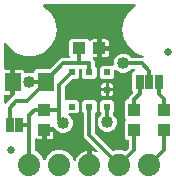
<source format=gbr>
G04 EAGLE Gerber RS-274X export*
G75*
%MOMM*%
%FSLAX34Y34*%
%LPD*%
%INTop Copper*%
%IPPOS*%
%AMOC8*
5,1,8,0,0,1.08239X$1,22.5*%
G01*
%ADD10R,0.600000X0.500000*%
%ADD11R,0.500000X0.600000*%
%ADD12R,0.635000X1.270000*%
%ADD13R,1.000000X1.100000*%
%ADD14R,1.100000X1.000000*%
%ADD15R,1.400000X1.600000*%
%ADD16C,1.879600*%
%ADD17C,0.635000*%
%ADD18C,0.304800*%
%ADD19C,1.016000*%

G36*
X77274Y12709D02*
X77274Y12709D01*
X77332Y12708D01*
X77414Y12729D01*
X77497Y12741D01*
X77551Y12765D01*
X77607Y12779D01*
X77680Y12822D01*
X77757Y12857D01*
X77802Y12895D01*
X77852Y12925D01*
X77910Y12986D01*
X77974Y13041D01*
X78006Y13089D01*
X78046Y13132D01*
X78085Y13207D01*
X78131Y13277D01*
X78149Y13333D01*
X78176Y13385D01*
X78187Y13453D01*
X78217Y13548D01*
X78220Y13648D01*
X78231Y13716D01*
X78231Y24466D01*
X78996Y24345D01*
X80783Y23764D01*
X81772Y23260D01*
X81890Y23219D01*
X82008Y23175D01*
X82025Y23173D01*
X82041Y23168D01*
X82166Y23162D01*
X82291Y23151D01*
X82307Y23155D01*
X82324Y23154D01*
X82447Y23183D01*
X82570Y23207D01*
X82585Y23215D01*
X82601Y23219D01*
X82711Y23281D01*
X82822Y23338D01*
X82834Y23350D01*
X82849Y23358D01*
X82937Y23448D01*
X83028Y23534D01*
X83037Y23549D01*
X83049Y23561D01*
X83108Y23671D01*
X83172Y23779D01*
X83176Y23796D01*
X83184Y23811D01*
X83211Y23933D01*
X83242Y24055D01*
X83241Y24072D01*
X83245Y24088D01*
X83237Y24214D01*
X83233Y24339D01*
X83228Y24355D01*
X83226Y24372D01*
X83184Y24490D01*
X83145Y24609D01*
X83136Y24622D01*
X83130Y24639D01*
X82963Y24870D01*
X82956Y24875D01*
X82950Y24883D01*
X71627Y36206D01*
X71627Y56041D01*
X71615Y56127D01*
X71612Y56215D01*
X71595Y56267D01*
X71587Y56322D01*
X71552Y56402D01*
X71525Y56485D01*
X71497Y56524D01*
X71471Y56582D01*
X71375Y56695D01*
X71330Y56759D01*
X70151Y57937D01*
X70151Y65463D01*
X71937Y67249D01*
X80463Y67249D01*
X82249Y65463D01*
X82249Y57937D01*
X81070Y56759D01*
X81018Y56689D01*
X80958Y56625D01*
X80932Y56575D01*
X80899Y56531D01*
X80868Y56450D01*
X80828Y56372D01*
X80820Y56324D01*
X80798Y56266D01*
X80786Y56118D01*
X80773Y56041D01*
X80773Y40415D01*
X80785Y40328D01*
X80788Y40241D01*
X80805Y40188D01*
X80813Y40133D01*
X80848Y40053D01*
X80875Y39970D01*
X80903Y39931D01*
X80929Y39874D01*
X81025Y39761D01*
X81070Y39697D01*
X96167Y24600D01*
X96168Y24599D01*
X96169Y24598D01*
X96282Y24513D01*
X96394Y24429D01*
X96395Y24429D01*
X96397Y24428D01*
X96529Y24378D01*
X96660Y24328D01*
X96661Y24328D01*
X96663Y24327D01*
X96802Y24316D01*
X96943Y24304D01*
X96944Y24305D01*
X96946Y24305D01*
X96961Y24308D01*
X97222Y24360D01*
X97249Y24374D01*
X97273Y24380D01*
X99124Y25147D01*
X104076Y25147D01*
X105927Y24380D01*
X105928Y24380D01*
X105930Y24379D01*
X106063Y24345D01*
X106202Y24309D01*
X106204Y24309D01*
X106205Y24309D01*
X106346Y24313D01*
X106486Y24317D01*
X106488Y24318D01*
X106489Y24318D01*
X106625Y24362D01*
X106757Y24404D01*
X106758Y24405D01*
X106760Y24405D01*
X106772Y24414D01*
X106993Y24562D01*
X107013Y24586D01*
X107033Y24600D01*
X109430Y26997D01*
X109482Y27067D01*
X109542Y27130D01*
X109568Y27180D01*
X109601Y27224D01*
X109632Y27306D01*
X109672Y27384D01*
X109680Y27431D01*
X109702Y27490D01*
X109714Y27637D01*
X109727Y27715D01*
X109727Y32736D01*
X109719Y32794D01*
X109721Y32852D01*
X109699Y32934D01*
X109687Y33018D01*
X109664Y33071D01*
X109649Y33127D01*
X109606Y33200D01*
X109571Y33277D01*
X109533Y33322D01*
X109504Y33372D01*
X109442Y33430D01*
X109388Y33494D01*
X109339Y33526D01*
X109296Y33566D01*
X109221Y33605D01*
X109151Y33652D01*
X109095Y33669D01*
X109043Y33696D01*
X108975Y33707D01*
X108880Y33737D01*
X108780Y33740D01*
X108712Y33751D01*
X108037Y33751D01*
X106251Y35537D01*
X106251Y49063D01*
X107271Y50082D01*
X107306Y50129D01*
X107348Y50169D01*
X107391Y50242D01*
X107441Y50309D01*
X107462Y50364D01*
X107492Y50414D01*
X107513Y50496D01*
X107543Y50575D01*
X107548Y50633D01*
X107562Y50690D01*
X107559Y50774D01*
X107566Y50858D01*
X107555Y50916D01*
X107553Y50974D01*
X107527Y51054D01*
X107510Y51137D01*
X107483Y51189D01*
X107465Y51245D01*
X107425Y51301D01*
X107379Y51389D01*
X107311Y51462D01*
X107271Y51518D01*
X106251Y52537D01*
X106251Y66063D01*
X108037Y67849D01*
X108712Y67849D01*
X108770Y67857D01*
X108828Y67855D01*
X108910Y67877D01*
X108994Y67889D01*
X109047Y67912D01*
X109103Y67927D01*
X109176Y67970D01*
X109253Y68005D01*
X109298Y68043D01*
X109348Y68072D01*
X109406Y68134D01*
X109470Y68188D01*
X109502Y68237D01*
X109542Y68280D01*
X109581Y68355D01*
X109628Y68425D01*
X109645Y68481D01*
X109672Y68533D01*
X109683Y68601D01*
X109713Y68696D01*
X109716Y68796D01*
X109727Y68864D01*
X109727Y70157D01*
X112860Y73289D01*
X112895Y73336D01*
X112938Y73377D01*
X112980Y73449D01*
X113031Y73517D01*
X113052Y73571D01*
X113081Y73622D01*
X113102Y73704D01*
X113132Y73782D01*
X113137Y73841D01*
X113152Y73897D01*
X113149Y73982D01*
X113156Y74066D01*
X113144Y74123D01*
X113143Y74181D01*
X113117Y74262D01*
X113100Y74344D01*
X113073Y74396D01*
X113055Y74452D01*
X113015Y74508D01*
X112969Y74597D01*
X112900Y74669D01*
X112860Y74725D01*
X112648Y74937D01*
X112648Y90163D01*
X114605Y92119D01*
X114622Y92143D01*
X114645Y92162D01*
X114707Y92256D01*
X114775Y92346D01*
X114786Y92374D01*
X114802Y92398D01*
X114836Y92506D01*
X114877Y92612D01*
X114879Y92641D01*
X114888Y92669D01*
X114891Y92783D01*
X114900Y92895D01*
X114895Y92924D01*
X114895Y92953D01*
X114867Y93063D01*
X114844Y93174D01*
X114831Y93200D01*
X114823Y93228D01*
X114766Y93326D01*
X114713Y93426D01*
X114693Y93448D01*
X114678Y93473D01*
X114596Y93550D01*
X114518Y93632D01*
X114492Y93647D01*
X114471Y93667D01*
X114370Y93719D01*
X114272Y93776D01*
X114244Y93783D01*
X114218Y93797D01*
X114140Y93810D01*
X113997Y93846D01*
X113934Y93844D01*
X113887Y93852D01*
X112119Y93852D01*
X112032Y93840D01*
X111945Y93837D01*
X111892Y93820D01*
X111837Y93812D01*
X111757Y93777D01*
X111674Y93750D01*
X111635Y93722D01*
X111578Y93696D01*
X111464Y93600D01*
X111401Y93555D01*
X109380Y91534D01*
X106392Y90296D01*
X103158Y90296D01*
X100170Y91534D01*
X98982Y92722D01*
X98958Y92740D01*
X98939Y92762D01*
X98845Y92825D01*
X98755Y92893D01*
X98727Y92904D01*
X98703Y92920D01*
X98595Y92954D01*
X98489Y92994D01*
X98460Y92997D01*
X98432Y93006D01*
X98318Y93009D01*
X98206Y93018D01*
X98177Y93012D01*
X98148Y93013D01*
X98038Y92984D01*
X97927Y92962D01*
X97901Y92949D01*
X97873Y92941D01*
X97775Y92884D01*
X97675Y92831D01*
X97653Y92811D01*
X97628Y92796D01*
X97551Y92714D01*
X97469Y92635D01*
X97454Y92610D01*
X97434Y92589D01*
X97382Y92488D01*
X97325Y92390D01*
X97318Y92362D01*
X97304Y92336D01*
X97291Y92258D01*
X97255Y92115D01*
X97257Y92052D01*
X97249Y92004D01*
X97249Y86937D01*
X95463Y85151D01*
X86937Y85151D01*
X85151Y86937D01*
X85151Y94463D01*
X86937Y96249D01*
X95631Y96249D01*
X95689Y96257D01*
X95747Y96255D01*
X95829Y96277D01*
X95913Y96289D01*
X95966Y96312D01*
X96022Y96327D01*
X96095Y96370D01*
X96172Y96405D01*
X96217Y96443D01*
X96267Y96472D01*
X96325Y96534D01*
X96389Y96588D01*
X96421Y96637D01*
X96461Y96680D01*
X96500Y96755D01*
X96547Y96825D01*
X96564Y96881D01*
X96591Y96933D01*
X96602Y97001D01*
X96632Y97096D01*
X96635Y97196D01*
X96646Y97264D01*
X96646Y100042D01*
X97884Y103030D01*
X100170Y105316D01*
X103158Y106554D01*
X106392Y106554D01*
X109380Y105316D01*
X111401Y103295D01*
X111470Y103243D01*
X111534Y103183D01*
X111584Y103157D01*
X111628Y103124D01*
X111710Y103093D01*
X111788Y103053D01*
X111835Y103045D01*
X111894Y103023D01*
X112041Y103011D01*
X112119Y102998D01*
X121090Y102998D01*
X121197Y103013D01*
X121305Y103021D01*
X121337Y103033D01*
X121372Y103038D01*
X121470Y103082D01*
X121571Y103119D01*
X121599Y103140D01*
X121631Y103154D01*
X121714Y103224D01*
X121800Y103287D01*
X121822Y103315D01*
X121848Y103337D01*
X121908Y103427D01*
X121974Y103513D01*
X121987Y103545D01*
X122006Y103574D01*
X122038Y103677D01*
X122078Y103777D01*
X122081Y103812D01*
X122092Y103845D01*
X122094Y103953D01*
X122104Y104060D01*
X122098Y104095D01*
X122099Y104129D01*
X122072Y104234D01*
X122051Y104340D01*
X122036Y104371D01*
X122027Y104404D01*
X121972Y104497D01*
X121923Y104593D01*
X121900Y104619D01*
X121882Y104649D01*
X121803Y104723D01*
X121730Y104802D01*
X121703Y104817D01*
X121674Y104843D01*
X121484Y104941D01*
X121438Y104967D01*
X115522Y107120D01*
X109415Y112244D01*
X105429Y119149D01*
X104045Y127000D01*
X105429Y134851D01*
X109415Y141755D01*
X115120Y146542D01*
X115169Y146597D01*
X115225Y146645D01*
X115264Y146702D01*
X115310Y146754D01*
X115342Y146820D01*
X115383Y146881D01*
X115404Y146947D01*
X115434Y147010D01*
X115446Y147082D01*
X115468Y147152D01*
X115470Y147221D01*
X115482Y147290D01*
X115474Y147363D01*
X115476Y147436D01*
X115458Y147503D01*
X115451Y147572D01*
X115423Y147640D01*
X115404Y147711D01*
X115369Y147771D01*
X115342Y147835D01*
X115296Y147893D01*
X115259Y147956D01*
X115208Y148003D01*
X115165Y148057D01*
X115105Y148100D01*
X115051Y148150D01*
X114990Y148182D01*
X114933Y148222D01*
X114864Y148246D01*
X114798Y148280D01*
X114740Y148290D01*
X114665Y148316D01*
X114543Y148323D01*
X114467Y148335D01*
X37933Y148335D01*
X37860Y148325D01*
X37786Y148325D01*
X37720Y148305D01*
X37651Y148295D01*
X37584Y148265D01*
X37514Y148245D01*
X37455Y148208D01*
X37392Y148179D01*
X37336Y148132D01*
X37274Y148092D01*
X37228Y148040D01*
X37175Y147996D01*
X37134Y147934D01*
X37085Y147879D01*
X37056Y147817D01*
X37017Y147759D01*
X36995Y147689D01*
X36964Y147622D01*
X36952Y147554D01*
X36932Y147488D01*
X36930Y147414D01*
X36918Y147342D01*
X36926Y147273D01*
X36924Y147204D01*
X36943Y147133D01*
X36952Y147059D01*
X36979Y146996D01*
X36996Y146929D01*
X37034Y146865D01*
X37062Y146798D01*
X37101Y146753D01*
X37141Y146684D01*
X37231Y146600D01*
X37280Y146542D01*
X42985Y141756D01*
X46971Y134851D01*
X48355Y127000D01*
X46971Y119149D01*
X42985Y112245D01*
X36878Y107120D01*
X29386Y104393D01*
X21414Y104393D01*
X13922Y107120D01*
X7815Y112244D01*
X5959Y115459D01*
X5947Y115474D01*
X5939Y115492D01*
X5860Y115586D01*
X5784Y115683D01*
X5768Y115694D01*
X5755Y115709D01*
X5653Y115778D01*
X5554Y115849D01*
X5535Y115856D01*
X5519Y115867D01*
X5401Y115904D01*
X5286Y115946D01*
X5266Y115947D01*
X5248Y115953D01*
X5125Y115956D01*
X5002Y115964D01*
X4983Y115959D01*
X4964Y115960D01*
X4845Y115929D01*
X4725Y115902D01*
X4707Y115893D01*
X4689Y115888D01*
X4583Y115826D01*
X4475Y115767D01*
X4461Y115753D01*
X4444Y115743D01*
X4360Y115653D01*
X4273Y115567D01*
X4263Y115550D01*
X4250Y115536D01*
X4194Y115426D01*
X4134Y115319D01*
X4129Y115300D01*
X4120Y115282D01*
X4108Y115210D01*
X4069Y115042D01*
X4071Y114991D01*
X4065Y114951D01*
X4065Y94106D01*
X4073Y94048D01*
X4071Y93990D01*
X4093Y93908D01*
X4105Y93824D01*
X4128Y93771D01*
X4143Y93715D01*
X4186Y93642D01*
X4221Y93565D01*
X4259Y93520D01*
X4288Y93470D01*
X4350Y93412D01*
X4404Y93348D01*
X4453Y93316D01*
X4496Y93276D01*
X4571Y93237D01*
X4641Y93190D01*
X4697Y93173D01*
X4749Y93146D01*
X4817Y93135D01*
X4912Y93105D01*
X5012Y93102D01*
X5080Y93091D01*
X9369Y93091D01*
X9369Y83566D01*
X9377Y83508D01*
X9375Y83450D01*
X9397Y83368D01*
X9409Y83285D01*
X9433Y83231D01*
X9447Y83175D01*
X9490Y83102D01*
X9525Y83025D01*
X9563Y82981D01*
X9593Y82930D01*
X9654Y82873D01*
X9709Y82808D01*
X9757Y82776D01*
X9800Y82736D01*
X9875Y82697D01*
X9945Y82651D01*
X10001Y82633D01*
X10053Y82606D01*
X10121Y82595D01*
X10216Y82565D01*
X10316Y82562D01*
X10384Y82551D01*
X12416Y82551D01*
X12474Y82559D01*
X12532Y82558D01*
X12614Y82579D01*
X12697Y82591D01*
X12751Y82615D01*
X12807Y82629D01*
X12880Y82672D01*
X12957Y82707D01*
X13001Y82745D01*
X13052Y82775D01*
X13109Y82836D01*
X13174Y82891D01*
X13206Y82939D01*
X13246Y82982D01*
X13285Y83057D01*
X13331Y83127D01*
X13349Y83183D01*
X13376Y83235D01*
X13387Y83303D01*
X13417Y83398D01*
X13420Y83498D01*
X13431Y83566D01*
X13431Y93091D01*
X18734Y93091D01*
X19381Y92918D01*
X19960Y92583D01*
X20433Y92110D01*
X20768Y91531D01*
X20975Y90758D01*
X21024Y90643D01*
X21068Y90527D01*
X21079Y90513D01*
X21086Y90496D01*
X21165Y90399D01*
X21240Y90300D01*
X21254Y90290D01*
X21265Y90276D01*
X21368Y90205D01*
X21467Y90130D01*
X21484Y90124D01*
X21499Y90114D01*
X21617Y90074D01*
X21733Y90030D01*
X21751Y90028D01*
X21768Y90023D01*
X21892Y90017D01*
X22017Y90007D01*
X22033Y90011D01*
X22052Y90010D01*
X22329Y90076D01*
X22337Y90081D01*
X22344Y90083D01*
X23783Y90679D01*
X27017Y90679D01*
X27947Y90293D01*
X28059Y90265D01*
X28168Y90230D01*
X28196Y90229D01*
X28223Y90222D01*
X28337Y90226D01*
X28452Y90223D01*
X28479Y90230D01*
X28507Y90230D01*
X28616Y90266D01*
X28727Y90294D01*
X28751Y90309D01*
X28778Y90317D01*
X28873Y90381D01*
X28972Y90440D01*
X28991Y90460D01*
X29014Y90475D01*
X29087Y90563D01*
X29166Y90647D01*
X29179Y90672D01*
X29197Y90693D01*
X29243Y90798D01*
X29296Y90900D01*
X29300Y90925D01*
X29312Y90953D01*
X29349Y91217D01*
X29351Y91231D01*
X29351Y91813D01*
X31137Y93599D01*
X42261Y93599D01*
X42348Y93611D01*
X42435Y93614D01*
X42488Y93631D01*
X42543Y93639D01*
X42623Y93674D01*
X42706Y93701D01*
X42745Y93729D01*
X42802Y93755D01*
X42916Y93851D01*
X42979Y93896D01*
X52081Y102998D01*
X58565Y102998D01*
X58594Y103002D01*
X58623Y102999D01*
X58734Y103022D01*
X58846Y103038D01*
X58873Y103050D01*
X58902Y103055D01*
X59002Y103107D01*
X59106Y103154D01*
X59128Y103173D01*
X59154Y103186D01*
X59236Y103264D01*
X59323Y103337D01*
X59339Y103362D01*
X59360Y103382D01*
X59418Y103480D01*
X59480Y103574D01*
X59489Y103602D01*
X59504Y103627D01*
X59532Y103737D01*
X59566Y103845D01*
X59567Y103874D01*
X59574Y103903D01*
X59570Y104016D01*
X59573Y104129D01*
X59566Y104158D01*
X59565Y104187D01*
X59530Y104295D01*
X59501Y104404D01*
X59487Y104430D01*
X59477Y104458D01*
X59432Y104522D01*
X59356Y104649D01*
X59311Y104692D01*
X59283Y104731D01*
X59151Y104862D01*
X59151Y117388D01*
X60937Y119174D01*
X74463Y119174D01*
X75841Y117795D01*
X75888Y117760D01*
X75928Y117718D01*
X76001Y117675D01*
X76068Y117624D01*
X76123Y117603D01*
X76174Y117574D01*
X76255Y117553D01*
X76334Y117523D01*
X76393Y117518D01*
X76449Y117504D01*
X76533Y117507D01*
X76617Y117500D01*
X76675Y117511D01*
X76733Y117513D01*
X76813Y117539D01*
X76896Y117555D01*
X76948Y117582D01*
X77004Y117600D01*
X77060Y117640D01*
X77149Y117686D01*
X77221Y117755D01*
X77277Y117795D01*
X77640Y118158D01*
X78219Y118493D01*
X78866Y118666D01*
X82669Y118666D01*
X82669Y112141D01*
X82676Y112092D01*
X82675Y112079D01*
X82677Y112074D01*
X82675Y112025D01*
X82697Y111943D01*
X82709Y111860D01*
X82733Y111806D01*
X82747Y111750D01*
X82790Y111677D01*
X82825Y111600D01*
X82863Y111556D01*
X82893Y111505D01*
X82954Y111448D01*
X83009Y111383D01*
X83057Y111351D01*
X83100Y111311D01*
X83175Y111272D01*
X83245Y111226D01*
X83301Y111208D01*
X83353Y111181D01*
X83421Y111170D01*
X83516Y111140D01*
X83616Y111137D01*
X83684Y111126D01*
X84701Y111126D01*
X84701Y111124D01*
X83684Y111124D01*
X83626Y111116D01*
X83568Y111117D01*
X83486Y111096D01*
X83403Y111084D01*
X83349Y111060D01*
X83293Y111046D01*
X83220Y111003D01*
X83143Y110968D01*
X83098Y110930D01*
X83048Y110900D01*
X82990Y110839D01*
X82926Y110784D01*
X82894Y110736D01*
X82854Y110693D01*
X82815Y110618D01*
X82769Y110548D01*
X82751Y110492D01*
X82724Y110440D01*
X82713Y110372D01*
X82683Y110277D01*
X82680Y110177D01*
X82669Y110109D01*
X82669Y103584D01*
X79959Y103584D01*
X79929Y103580D01*
X79900Y103583D01*
X79789Y103560D01*
X79677Y103544D01*
X79650Y103532D01*
X79622Y103527D01*
X79521Y103474D01*
X79418Y103428D01*
X79395Y103409D01*
X79369Y103396D01*
X79287Y103318D01*
X79201Y103245D01*
X79184Y103220D01*
X79163Y103200D01*
X79106Y103102D01*
X79043Y103008D01*
X79034Y102980D01*
X79019Y102955D01*
X78992Y102845D01*
X78957Y102737D01*
X78957Y102707D01*
X78949Y102679D01*
X78953Y102566D01*
X78950Y102453D01*
X78957Y102424D01*
X78958Y102395D01*
X78993Y102287D01*
X79022Y102178D01*
X79037Y102152D01*
X79046Y102124D01*
X79091Y102061D01*
X79167Y101933D01*
X79213Y101890D01*
X79241Y101851D01*
X80773Y100319D01*
X80773Y96359D01*
X80785Y96273D01*
X80788Y96185D01*
X80805Y96133D01*
X80813Y96078D01*
X80848Y95998D01*
X80875Y95915D01*
X80903Y95875D01*
X80929Y95818D01*
X81025Y95705D01*
X81070Y95641D01*
X82249Y94463D01*
X82249Y86937D01*
X80463Y85151D01*
X71937Y85151D01*
X70151Y86937D01*
X70151Y92837D01*
X70143Y92895D01*
X70145Y92953D01*
X70123Y93035D01*
X70111Y93119D01*
X70088Y93172D01*
X70073Y93228D01*
X70030Y93301D01*
X69995Y93378D01*
X69957Y93423D01*
X69928Y93473D01*
X69866Y93531D01*
X69812Y93595D01*
X69763Y93627D01*
X69720Y93667D01*
X69645Y93706D01*
X69575Y93753D01*
X69519Y93770D01*
X69467Y93797D01*
X69399Y93808D01*
X69304Y93838D01*
X69204Y93841D01*
X69136Y93852D01*
X68264Y93852D01*
X68206Y93844D01*
X68148Y93846D01*
X68066Y93824D01*
X67982Y93812D01*
X67929Y93789D01*
X67873Y93774D01*
X67800Y93731D01*
X67723Y93696D01*
X67678Y93658D01*
X67628Y93629D01*
X67570Y93567D01*
X67506Y93513D01*
X67474Y93464D01*
X67434Y93421D01*
X67395Y93346D01*
X67348Y93276D01*
X67331Y93220D01*
X67304Y93168D01*
X67293Y93100D01*
X67263Y93005D01*
X67260Y92905D01*
X67249Y92837D01*
X67249Y86937D01*
X65463Y85151D01*
X62539Y85151D01*
X62452Y85139D01*
X62365Y85136D01*
X62312Y85119D01*
X62257Y85111D01*
X62177Y85076D01*
X62094Y85049D01*
X62055Y85021D01*
X61998Y84995D01*
X61884Y84899D01*
X61821Y84854D01*
X55670Y78703D01*
X55618Y78633D01*
X55558Y78570D01*
X55532Y78520D01*
X55499Y78476D01*
X55468Y78394D01*
X55428Y78316D01*
X55420Y78269D01*
X55398Y78210D01*
X55386Y78063D01*
X55373Y77985D01*
X55373Y68135D01*
X55377Y68106D01*
X55374Y68077D01*
X55397Y67966D01*
X55413Y67854D01*
X55425Y67827D01*
X55430Y67798D01*
X55483Y67698D01*
X55529Y67594D01*
X55548Y67572D01*
X55561Y67546D01*
X55639Y67464D01*
X55712Y67377D01*
X55737Y67361D01*
X55757Y67340D01*
X55855Y67283D01*
X55949Y67220D01*
X55977Y67211D01*
X56002Y67196D01*
X56112Y67168D01*
X56220Y67134D01*
X56250Y67133D01*
X56278Y67126D01*
X56391Y67130D01*
X56504Y67127D01*
X56533Y67134D01*
X56562Y67135D01*
X56670Y67170D01*
X56779Y67199D01*
X56805Y67214D01*
X56833Y67223D01*
X56869Y67249D01*
X65463Y67249D01*
X67249Y65463D01*
X67249Y57937D01*
X65463Y56151D01*
X59396Y56151D01*
X59366Y56147D01*
X59337Y56150D01*
X59226Y56127D01*
X59114Y56111D01*
X59087Y56099D01*
X59058Y56094D01*
X58958Y56041D01*
X58855Y55995D01*
X58832Y55976D01*
X58806Y55963D01*
X58724Y55885D01*
X58638Y55812D01*
X58621Y55787D01*
X58600Y55767D01*
X58543Y55669D01*
X58480Y55575D01*
X58471Y55547D01*
X58456Y55522D01*
X58429Y55412D01*
X58394Y55304D01*
X58393Y55274D01*
X58386Y55246D01*
X58390Y55133D01*
X58387Y55020D01*
X58394Y54991D01*
X58395Y54962D01*
X58430Y54854D01*
X58459Y54745D01*
X58474Y54719D01*
X58483Y54691D01*
X58528Y54628D01*
X58604Y54500D01*
X58650Y54457D01*
X58678Y54418D01*
X60866Y52230D01*
X62104Y49242D01*
X62104Y46008D01*
X60866Y43020D01*
X58580Y40734D01*
X55592Y39496D01*
X52358Y39496D01*
X49370Y40734D01*
X47084Y43020D01*
X46800Y43704D01*
X46800Y43706D01*
X46799Y43707D01*
X46730Y43824D01*
X46656Y43949D01*
X46655Y43950D01*
X46654Y43952D01*
X46552Y44047D01*
X46449Y44144D01*
X46448Y44145D01*
X46447Y44146D01*
X46324Y44209D01*
X46197Y44275D01*
X46195Y44275D01*
X46194Y44276D01*
X46179Y44278D01*
X45918Y44330D01*
X45887Y44327D01*
X45863Y44331D01*
X39116Y44331D01*
X39058Y44323D01*
X39000Y44324D01*
X38918Y44303D01*
X38835Y44291D01*
X38781Y44267D01*
X38725Y44253D01*
X38652Y44210D01*
X38575Y44175D01*
X38531Y44137D01*
X38480Y44107D01*
X38423Y44046D01*
X38358Y43991D01*
X38326Y43943D01*
X38286Y43900D01*
X38247Y43825D01*
X38201Y43755D01*
X38183Y43699D01*
X38156Y43647D01*
X38145Y43579D01*
X38115Y43484D01*
X38112Y43384D01*
X38101Y43316D01*
X38101Y42299D01*
X37084Y42299D01*
X37026Y42291D01*
X36968Y42292D01*
X36886Y42271D01*
X36803Y42259D01*
X36749Y42235D01*
X36693Y42221D01*
X36620Y42178D01*
X36543Y42143D01*
X36498Y42105D01*
X36448Y42075D01*
X36390Y42014D01*
X36326Y41959D01*
X36294Y41911D01*
X36254Y41868D01*
X36215Y41793D01*
X36169Y41723D01*
X36151Y41667D01*
X36124Y41615D01*
X36113Y41547D01*
X36083Y41452D01*
X36080Y41352D01*
X36069Y41284D01*
X36069Y34259D01*
X32766Y34259D01*
X32119Y34432D01*
X31496Y34793D01*
X31459Y34807D01*
X31427Y34829D01*
X31328Y34860D01*
X31232Y34899D01*
X31193Y34903D01*
X31156Y34915D01*
X31052Y34917D01*
X30949Y34928D01*
X30911Y34921D01*
X30872Y34922D01*
X30771Y34896D01*
X30669Y34877D01*
X30634Y34860D01*
X30597Y34850D01*
X30508Y34797D01*
X30415Y34751D01*
X30386Y34725D01*
X30352Y34705D01*
X30281Y34629D01*
X30205Y34559D01*
X30184Y34526D01*
X30158Y34497D01*
X30110Y34405D01*
X30056Y34317D01*
X30046Y34279D01*
X30028Y34244D01*
X30015Y34168D01*
X29981Y34043D01*
X29982Y33968D01*
X29973Y33913D01*
X29973Y24957D01*
X29973Y24955D01*
X29973Y24953D01*
X29993Y24813D01*
X30013Y24675D01*
X30013Y24674D01*
X30013Y24672D01*
X30070Y24546D01*
X30129Y24416D01*
X30130Y24414D01*
X30131Y24413D01*
X30223Y24304D01*
X30312Y24199D01*
X30314Y24198D01*
X30315Y24197D01*
X30328Y24188D01*
X30549Y24041D01*
X30578Y24032D01*
X30599Y24019D01*
X32451Y23252D01*
X35952Y19751D01*
X37162Y16829D01*
X37177Y16804D01*
X37186Y16776D01*
X37249Y16681D01*
X37307Y16584D01*
X37328Y16564D01*
X37344Y16539D01*
X37431Y16466D01*
X37513Y16389D01*
X37539Y16375D01*
X37562Y16356D01*
X37665Y16310D01*
X37766Y16259D01*
X37795Y16253D01*
X37822Y16241D01*
X37934Y16225D01*
X38045Y16204D01*
X38074Y16206D01*
X38103Y16202D01*
X38215Y16218D01*
X38328Y16228D01*
X38355Y16239D01*
X38384Y16243D01*
X38488Y16289D01*
X38593Y16330D01*
X38617Y16348D01*
X38644Y16360D01*
X38730Y16433D01*
X38820Y16502D01*
X38838Y16525D01*
X38860Y16544D01*
X38902Y16611D01*
X38990Y16729D01*
X39012Y16788D01*
X39038Y16829D01*
X40248Y19751D01*
X43749Y23252D01*
X48324Y25147D01*
X53276Y25147D01*
X57851Y23252D01*
X61352Y19751D01*
X62869Y16089D01*
X62904Y16029D01*
X62930Y15965D01*
X62976Y15907D01*
X63013Y15844D01*
X63063Y15796D01*
X63106Y15742D01*
X63166Y15699D01*
X63220Y15649D01*
X63281Y15617D01*
X63338Y15577D01*
X63407Y15552D01*
X63473Y15518D01*
X63540Y15505D01*
X63606Y15482D01*
X63679Y15478D01*
X63752Y15463D01*
X63820Y15469D01*
X63889Y15465D01*
X63961Y15481D01*
X64035Y15488D01*
X64099Y15513D01*
X64167Y15528D01*
X64231Y15563D01*
X64300Y15590D01*
X64355Y15631D01*
X64416Y15665D01*
X64468Y15717D01*
X64527Y15761D01*
X64568Y15817D01*
X64617Y15866D01*
X64646Y15921D01*
X64697Y15989D01*
X64738Y16097D01*
X64772Y16163D01*
X65136Y17283D01*
X65989Y18957D01*
X67094Y20478D01*
X68422Y21806D01*
X69943Y22911D01*
X71617Y23764D01*
X73404Y24345D01*
X74169Y24466D01*
X74169Y13716D01*
X74177Y13658D01*
X74175Y13600D01*
X74197Y13518D01*
X74209Y13435D01*
X74233Y13381D01*
X74247Y13325D01*
X74290Y13252D01*
X74325Y13175D01*
X74363Y13131D01*
X74393Y13080D01*
X74454Y13023D01*
X74509Y12958D01*
X74557Y12926D01*
X74600Y12886D01*
X74675Y12847D01*
X74745Y12801D01*
X74801Y12783D01*
X74853Y12756D01*
X74921Y12745D01*
X75016Y12715D01*
X75116Y12712D01*
X75184Y12701D01*
X77216Y12701D01*
X77274Y12709D01*
G37*
%LPC*%
G36*
X89583Y40371D02*
X89583Y40371D01*
X86595Y41609D01*
X84309Y43895D01*
X83071Y46883D01*
X83071Y50117D01*
X84309Y53105D01*
X86330Y55126D01*
X86382Y55195D01*
X86442Y55259D01*
X86468Y55309D01*
X86501Y55353D01*
X86532Y55435D01*
X86572Y55513D01*
X86580Y55560D01*
X86602Y55619D01*
X86614Y55766D01*
X86627Y55844D01*
X86627Y56041D01*
X86615Y56127D01*
X86612Y56215D01*
X86595Y56267D01*
X86587Y56322D01*
X86552Y56402D01*
X86525Y56485D01*
X86497Y56524D01*
X86471Y56582D01*
X86375Y56695D01*
X86330Y56759D01*
X85151Y57937D01*
X85151Y65463D01*
X86937Y67249D01*
X95463Y67249D01*
X97249Y65463D01*
X97249Y57937D01*
X96070Y56759D01*
X96018Y56689D01*
X95958Y56625D01*
X95932Y56575D01*
X95899Y56531D01*
X95868Y56450D01*
X95828Y56372D01*
X95820Y56324D01*
X95798Y56266D01*
X95786Y56118D01*
X95773Y56041D01*
X95773Y55844D01*
X95785Y55757D01*
X95788Y55670D01*
X95805Y55617D01*
X95813Y55562D01*
X95848Y55482D01*
X95875Y55399D01*
X95903Y55360D01*
X95929Y55303D01*
X96025Y55189D01*
X96070Y55126D01*
X98091Y53105D01*
X99329Y50117D01*
X99329Y46883D01*
X98091Y43895D01*
X95805Y41609D01*
X92817Y40371D01*
X89583Y40371D01*
G37*
%LPD*%
G36*
X5083Y64364D02*
X5083Y64364D01*
X5196Y64362D01*
X5225Y64369D01*
X5254Y64370D01*
X5362Y64405D01*
X5471Y64433D01*
X5497Y64448D01*
X5525Y64457D01*
X5588Y64503D01*
X5716Y64579D01*
X5759Y64624D01*
X5798Y64652D01*
X9417Y68272D01*
X9418Y68272D01*
X12393Y71248D01*
X12416Y71248D01*
X12474Y71256D01*
X12532Y71254D01*
X12614Y71276D01*
X12697Y71288D01*
X12751Y71311D01*
X12807Y71326D01*
X12880Y71369D01*
X12957Y71404D01*
X13001Y71442D01*
X13052Y71471D01*
X13109Y71533D01*
X13174Y71587D01*
X13206Y71636D01*
X13246Y71679D01*
X13285Y71754D01*
X13331Y71824D01*
X13349Y71880D01*
X13376Y71932D01*
X13387Y72000D01*
X13417Y72095D01*
X13420Y72195D01*
X13431Y72263D01*
X13431Y81534D01*
X13423Y81592D01*
X13424Y81650D01*
X13403Y81732D01*
X13391Y81815D01*
X13367Y81869D01*
X13353Y81925D01*
X13310Y81998D01*
X13275Y82075D01*
X13237Y82119D01*
X13207Y82170D01*
X13146Y82227D01*
X13091Y82292D01*
X13043Y82324D01*
X13000Y82364D01*
X12925Y82403D01*
X12855Y82449D01*
X12799Y82467D01*
X12747Y82494D01*
X12679Y82505D01*
X12584Y82535D01*
X12484Y82538D01*
X12416Y82549D01*
X10384Y82549D01*
X10326Y82541D01*
X10268Y82542D01*
X10186Y82521D01*
X10103Y82509D01*
X10049Y82485D01*
X9993Y82471D01*
X9920Y82428D01*
X9843Y82393D01*
X9798Y82355D01*
X9748Y82325D01*
X9690Y82264D01*
X9626Y82209D01*
X9594Y82161D01*
X9554Y82118D01*
X9515Y82043D01*
X9469Y81973D01*
X9451Y81917D01*
X9424Y81865D01*
X9413Y81797D01*
X9383Y81702D01*
X9380Y81602D01*
X9369Y81534D01*
X9369Y72009D01*
X5080Y72009D01*
X5022Y72001D01*
X4964Y72003D01*
X4882Y71981D01*
X4798Y71969D01*
X4745Y71946D01*
X4689Y71931D01*
X4616Y71888D01*
X4539Y71853D01*
X4494Y71815D01*
X4444Y71786D01*
X4386Y71724D01*
X4322Y71670D01*
X4290Y71621D01*
X4250Y71578D01*
X4211Y71503D01*
X4164Y71433D01*
X4147Y71377D01*
X4120Y71325D01*
X4109Y71257D01*
X4079Y71162D01*
X4076Y71062D01*
X4065Y70994D01*
X4065Y65370D01*
X4069Y65341D01*
X4066Y65312D01*
X4089Y65201D01*
X4105Y65089D01*
X4117Y65062D01*
X4122Y65033D01*
X4174Y64933D01*
X4221Y64829D01*
X4240Y64807D01*
X4253Y64781D01*
X4331Y64699D01*
X4404Y64612D01*
X4429Y64596D01*
X4449Y64575D01*
X4547Y64517D01*
X4641Y64455D01*
X4669Y64446D01*
X4694Y64431D01*
X4804Y64403D01*
X4912Y64369D01*
X4942Y64368D01*
X4970Y64361D01*
X5083Y64364D01*
G37*
%LPC*%
G36*
X86731Y113156D02*
X86731Y113156D01*
X86731Y118666D01*
X90534Y118666D01*
X91181Y118493D01*
X91760Y118158D01*
X92233Y117685D01*
X92568Y117106D01*
X92741Y116459D01*
X92741Y113156D01*
X86731Y113156D01*
G37*
%LPD*%
%LPC*%
G36*
X40131Y34259D02*
X40131Y34259D01*
X40131Y40269D01*
X45641Y40269D01*
X45641Y36466D01*
X45468Y35819D01*
X45133Y35240D01*
X44660Y34767D01*
X44081Y34432D01*
X43434Y34259D01*
X40131Y34259D01*
G37*
%LPD*%
%LPC*%
G36*
X86731Y103584D02*
X86731Y103584D01*
X86731Y109094D01*
X92741Y109094D01*
X92741Y105791D01*
X92568Y105144D01*
X92233Y104565D01*
X91760Y104092D01*
X91181Y103757D01*
X90534Y103584D01*
X86731Y103584D01*
G37*
%LPD*%
%LPC*%
G36*
X92449Y77449D02*
X92449Y77449D01*
X92449Y81741D01*
X94034Y81741D01*
X94681Y81568D01*
X95260Y81233D01*
X95733Y80760D01*
X96068Y80181D01*
X96241Y79534D01*
X96241Y77449D01*
X92449Y77449D01*
G37*
%LPD*%
%LPC*%
G36*
X86159Y77449D02*
X86159Y77449D01*
X86159Y79534D01*
X86332Y80181D01*
X86667Y80760D01*
X87140Y81233D01*
X87719Y81568D01*
X88366Y81741D01*
X89951Y81741D01*
X89951Y77449D01*
X86159Y77449D01*
G37*
%LPD*%
%LPC*%
G36*
X92449Y70659D02*
X92449Y70659D01*
X92449Y74951D01*
X96241Y74951D01*
X96241Y72866D01*
X96068Y72219D01*
X95733Y71640D01*
X95260Y71167D01*
X94681Y70832D01*
X94034Y70659D01*
X92449Y70659D01*
G37*
%LPD*%
%LPC*%
G36*
X88366Y70659D02*
X88366Y70659D01*
X87719Y70832D01*
X87140Y71167D01*
X86667Y71640D01*
X86332Y72219D01*
X86159Y72866D01*
X86159Y74951D01*
X89951Y74951D01*
X89951Y70659D01*
X88366Y70659D01*
G37*
%LPD*%
D10*
X91200Y90700D03*
X76200Y90700D03*
X61200Y90700D03*
X61200Y61700D03*
X76200Y61700D03*
X91200Y61700D03*
D11*
X91200Y76200D03*
D12*
X118872Y82550D03*
X127000Y82550D03*
X135128Y82550D03*
D13*
X139700Y42300D03*
X139700Y59300D03*
X114300Y42300D03*
X114300Y59300D03*
D14*
X67700Y111125D03*
X84700Y111125D03*
D13*
X38100Y59300D03*
X38100Y42300D03*
D15*
X11400Y82550D03*
X39400Y82550D03*
D16*
X25400Y12700D03*
X50800Y12700D03*
X76200Y12700D03*
X101600Y12700D03*
X127000Y12700D03*
D12*
X8581Y46038D03*
X16819Y46038D03*
D17*
X142875Y107950D03*
X9525Y25400D03*
D18*
X135128Y72835D02*
X135128Y82550D01*
X139700Y68263D02*
X139700Y59300D01*
X139700Y68263D02*
X135128Y72835D01*
X118872Y72835D02*
X118872Y82550D01*
X114300Y68263D02*
X114300Y59300D01*
X114300Y68263D02*
X118872Y72835D01*
X139700Y42300D02*
X139700Y25400D01*
X127000Y12700D01*
X91200Y48500D02*
X91200Y61700D01*
D19*
X91200Y48500D03*
D18*
X114300Y42300D02*
X114300Y25400D01*
X101600Y12700D01*
X76200Y38100D02*
X76200Y61700D01*
X76200Y38100D02*
X101600Y12700D01*
X39400Y82550D02*
X39400Y83850D01*
X53975Y98425D01*
X67700Y98425D01*
X67700Y111125D01*
X67700Y98425D02*
X76200Y98425D01*
X8581Y60969D02*
X8581Y46038D01*
X8581Y60969D02*
X14288Y66675D01*
X23525Y66675D01*
X39400Y82550D01*
X76200Y90700D02*
X76200Y98425D01*
D19*
X25400Y82550D03*
D18*
X39400Y82550D01*
D19*
X104775Y76200D03*
X98425Y111125D03*
X9525Y98425D03*
D18*
X25400Y46038D02*
X25400Y12700D01*
X25400Y46038D02*
X16819Y46038D01*
X30090Y59300D02*
X38100Y59300D01*
X30090Y59300D02*
X25400Y54610D01*
X25400Y46038D01*
X50800Y80300D02*
X61200Y90700D01*
X50800Y80300D02*
X50800Y63500D01*
X50800Y59300D02*
X50800Y50800D01*
X53975Y47625D01*
D19*
X53975Y47625D03*
D18*
X50800Y59300D02*
X38100Y59300D01*
X50800Y59300D02*
X50800Y63500D01*
D19*
X104775Y98425D03*
D18*
X120650Y98425D01*
X127000Y92075D01*
X127000Y82550D01*
M02*

</source>
